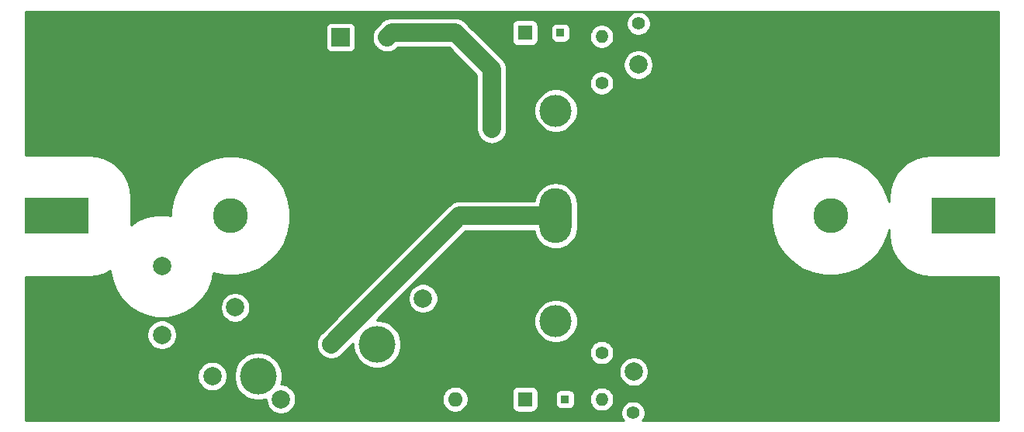
<source format=gbr>
%TF.GenerationSoftware,KiCad,Pcbnew,5.1.6-c6e7f7d~87~ubuntu20.04.1*%
%TF.CreationDate,2020-09-30T12:14:49+02:00*%
%TF.ProjectId,SWR bridge,53575220-6272-4696-9467-652e6b696361,rev?*%
%TF.SameCoordinates,Original*%
%TF.FileFunction,Copper,L2,Bot*%
%TF.FilePolarity,Positive*%
%FSLAX46Y46*%
G04 Gerber Fmt 4.6, Leading zero omitted, Abs format (unit mm)*
G04 Created by KiCad (PCBNEW 5.1.6-c6e7f7d~87~ubuntu20.04.1) date 2020-09-30 12:14:49*
%MOMM*%
%LPD*%
G01*
G04 APERTURE LIST*
%TA.AperFunction,ComponentPad*%
%ADD10C,3.800000*%
%TD*%
%TA.AperFunction,ComponentPad*%
%ADD11C,2.000000*%
%TD*%
%TA.AperFunction,ComponentPad*%
%ADD12C,4.000000*%
%TD*%
%TA.AperFunction,ComponentPad*%
%ADD13R,1.600000X1.600000*%
%TD*%
%TA.AperFunction,ComponentPad*%
%ADD14O,1.600000X1.600000*%
%TD*%
%TA.AperFunction,ComponentPad*%
%ADD15R,7.000000X4.000000*%
%TD*%
%TA.AperFunction,ComponentPad*%
%ADD16R,7.000000X5.000000*%
%TD*%
%TA.AperFunction,ComponentPad*%
%ADD17C,3.500000*%
%TD*%
%TA.AperFunction,ComponentPad*%
%ADD18O,3.500000X6.000000*%
%TD*%
%TA.AperFunction,ComponentPad*%
%ADD19R,0.850000X0.850000*%
%TD*%
%TA.AperFunction,ComponentPad*%
%ADD20R,2.000000X2.000000*%
%TD*%
%TA.AperFunction,ComponentPad*%
%ADD21O,2.000000X2.000000*%
%TD*%
%TA.AperFunction,ComponentPad*%
%ADD22O,1.400000X1.400000*%
%TD*%
%TA.AperFunction,ComponentPad*%
%ADD23C,1.400000*%
%TD*%
%TA.AperFunction,ViaPad*%
%ADD24C,1.000000*%
%TD*%
%TA.AperFunction,Conductor*%
%ADD25C,2.000000*%
%TD*%
%TA.AperFunction,Conductor*%
%ADD26C,0.254000*%
%TD*%
G04 APERTURE END LIST*
D10*
%TO.P,REF\u002A\u002A,2*%
%TO.N,Earth*%
X147500000Y-76000000D03*
%TD*%
%TO.P,REF\u002A\u002A,2*%
%TO.N,Earth*%
X136500000Y-76000000D03*
%TD*%
%TO.P,REF\u002A\u002A,2*%
%TO.N,Earth*%
X147000000Y-38500000D03*
%TD*%
%TO.P,REF\u002A\u002A,2*%
%TO.N,Earth*%
X136500000Y-38500000D03*
%TD*%
%TO.P,REF\u002A\u002A,3*%
%TO.N,Earth*%
X129500000Y-68000000D03*
%TD*%
%TO.P,REF\u002A\u002A,3*%
%TO.N,Earth*%
X120000000Y-68000000D03*
%TD*%
%TO.P,REF\u002A\u002A,2*%
%TO.N,Earth*%
X129500000Y-46500000D03*
%TD*%
%TO.P,REF\u002A\u002A,1*%
%TO.N,Earth*%
X120000000Y-46500000D03*
%TD*%
D11*
%TO.P,C3,1*%
%TO.N,/REF*%
X120000000Y-40500000D03*
%TO.P,C3,2*%
%TO.N,Earth*%
X125000000Y-40500000D03*
%TD*%
%TO.P,C4,1*%
%TO.N,/FORWARD*%
X119500000Y-74000000D03*
%TO.P,C4,2*%
%TO.N,Earth*%
X124500000Y-74000000D03*
%TD*%
%TO.P,R1,1*%
%TO.N,/T-center*%
X86500000Y-71000000D03*
%TO.P,R1,2*%
%TO.N,Earth*%
X96500000Y-76000000D03*
%TO.P,R1,3*%
%TO.N,N/C*%
X96500000Y-66000000D03*
D12*
%TO.P,R1,4*%
X91500000Y-71000000D03*
%TD*%
D11*
%TO.P,C2,2*%
%TO.N,Earth*%
X81000000Y-72000000D03*
%TO.P,C2,3*%
%TO.N,N/C*%
X81000000Y-77000000D03*
%TO.P,C2,1*%
%TO.N,/T-center*%
X73500000Y-74500000D03*
D12*
%TO.P,C2,4*%
%TO.N,N/C*%
X78500000Y-74500000D03*
%TD*%
D11*
%TO.P,C5,2*%
%TO.N,Earth*%
X81000000Y-67000000D03*
%TO.P,C5,1*%
%TO.N,/T-center*%
X76000000Y-67000000D03*
%TD*%
D13*
%TO.P,D1,1*%
%TO.N,/REF*%
X107620000Y-37000000D03*
D14*
%TO.P,D1,2*%
%TO.N,/T1*%
X100000000Y-37000000D03*
%TD*%
%TO.P,D2,2*%
%TO.N,/T2*%
X100000000Y-77000000D03*
D13*
%TO.P,D2,1*%
%TO.N,/FORWARD*%
X107620000Y-77000000D03*
%TD*%
D15*
%TO.P,J3,1*%
%TO.N,/RF-IN*%
X155500000Y-57000000D03*
D16*
%TO.P,J3,2*%
%TO.N,Earth*%
X155500000Y-44500000D03*
%TO.P,J3,3*%
X155500000Y-69500000D03*
%TD*%
D17*
%TO.P,L2,3*%
%TO.N,/T2*%
X111000000Y-45500000D03*
%TO.P,L2,2*%
%TO.N,/T1*%
X111000000Y-68500000D03*
D18*
%TO.P,L2,1*%
%TO.N,/T-center*%
X111000000Y-57000000D03*
%TD*%
D10*
%TO.P,J4,1*%
%TO.N,/RF-OUT*%
X75500000Y-57000000D03*
%TD*%
%TO.P,J5,1*%
%TO.N,/RF-IN*%
X141000000Y-57000000D03*
%TD*%
D11*
%TO.P,C1,1*%
%TO.N,/RF-OUT*%
X68000000Y-62487500D03*
%TO.P,C1,2*%
%TO.N,/T-center*%
X68000000Y-69987500D03*
%TD*%
D19*
%TO.P,J2,1*%
%TO.N,/vREF*%
X111500000Y-37000000D03*
%TD*%
%TO.P,J6,1*%
%TO.N,/VFOR*%
X112000000Y-77000000D03*
%TD*%
D15*
%TO.P,J1,1*%
%TO.N,/RF-OUT*%
X56500000Y-57000000D03*
D16*
%TO.P,J1,2*%
%TO.N,Earth*%
X56500000Y-44500000D03*
%TO.P,J1,3*%
X56500000Y-69500000D03*
%TD*%
D20*
%TO.P,R2,1*%
%TO.N,/T2*%
X87500000Y-37500000D03*
D21*
%TO.P,R2,2*%
%TO.N,/T1*%
X92580000Y-37500000D03*
%TD*%
D10*
%TO.P,J7,1*%
%TO.N,Earth*%
X56000000Y-37000000D03*
%TD*%
%TO.P,J8,1*%
%TO.N,Earth*%
X56000000Y-77000000D03*
%TD*%
%TO.P,J9,1*%
%TO.N,Earth*%
X157000000Y-37000000D03*
%TD*%
%TO.P,J10,1*%
%TO.N,Earth*%
X157000000Y-77000000D03*
%TD*%
D22*
%TO.P,R3,2*%
%TO.N,/vREF*%
X116000000Y-37420000D03*
D23*
%TO.P,R3,1*%
%TO.N,/REF*%
X116000000Y-42500000D03*
%TD*%
D22*
%TO.P,R4,2*%
%TO.N,Earth*%
X125080000Y-36000000D03*
D23*
%TO.P,R4,1*%
%TO.N,/vREF*%
X120000000Y-36000000D03*
%TD*%
%TO.P,R5,1*%
%TO.N,/FORWARD*%
X116000000Y-71920000D03*
D22*
%TO.P,R5,2*%
%TO.N,/VFOR*%
X116000000Y-77000000D03*
%TD*%
D23*
%TO.P,R6,1*%
%TO.N,/VFOR*%
X119420000Y-78500000D03*
D22*
%TO.P,R6,2*%
%TO.N,Earth*%
X124500000Y-78500000D03*
%TD*%
D24*
%TO.N,/T1*%
X104000000Y-47500000D03*
%TD*%
D25*
%TO.N,/T-center*%
X108049700Y-57000000D02*
X111000000Y-57000000D01*
X100500000Y-57000000D02*
X108049700Y-57000000D01*
X86500000Y-71000000D02*
X100500000Y-57000000D01*
%TO.N,/T1*%
X104000000Y-41000000D02*
X100000000Y-37000000D01*
X104000000Y-47500000D02*
X104000000Y-41000000D01*
X93080000Y-37000000D02*
X92580000Y-37500000D01*
X100000000Y-37000000D02*
X93080000Y-37000000D01*
%TD*%
D26*
%TO.N,Earth*%
G36*
X159340000Y-35032418D02*
G01*
X159340001Y-35032428D01*
X159340001Y-50384099D01*
X159000000Y-50350612D01*
X152000000Y-50350612D01*
X151092949Y-50439949D01*
X150220756Y-50704526D01*
X149416938Y-51134175D01*
X148712386Y-51712386D01*
X148134175Y-52416938D01*
X147704526Y-53220756D01*
X147439949Y-54092949D01*
X147350612Y-55000000D01*
X147350612Y-55470384D01*
X147276171Y-55096144D01*
X146784152Y-53908306D01*
X146069852Y-52839280D01*
X145160720Y-51930148D01*
X144091694Y-51215848D01*
X142903856Y-50723829D01*
X141642853Y-50473000D01*
X140357147Y-50473000D01*
X139096144Y-50723829D01*
X137908306Y-51215848D01*
X136839280Y-51930148D01*
X135930148Y-52839280D01*
X135215848Y-53908306D01*
X134723829Y-55096144D01*
X134473000Y-56357147D01*
X134473000Y-57642853D01*
X134723829Y-58903856D01*
X135215848Y-60091694D01*
X135930148Y-61160720D01*
X136839280Y-62069852D01*
X137908306Y-62784152D01*
X139096144Y-63276171D01*
X140357147Y-63527000D01*
X141642853Y-63527000D01*
X142903856Y-63276171D01*
X144091694Y-62784152D01*
X145160720Y-62069852D01*
X146069852Y-61160720D01*
X146784152Y-60091694D01*
X147276171Y-58903856D01*
X147350612Y-58529616D01*
X147350612Y-59000000D01*
X147439949Y-59907051D01*
X147704526Y-60779244D01*
X148134175Y-61583062D01*
X148712386Y-62287614D01*
X149416938Y-62865825D01*
X150220756Y-63295474D01*
X151092949Y-63560051D01*
X152000000Y-63649388D01*
X159000000Y-63649388D01*
X159340000Y-63615901D01*
X159340000Y-79340000D01*
X120464321Y-79340000D01*
X120603061Y-79132359D01*
X120703696Y-78889405D01*
X120755000Y-78631486D01*
X120755000Y-78368514D01*
X120703696Y-78110595D01*
X120603061Y-77867641D01*
X120456962Y-77648987D01*
X120271013Y-77463038D01*
X120052359Y-77316939D01*
X119809405Y-77216304D01*
X119551486Y-77165000D01*
X119288514Y-77165000D01*
X119030595Y-77216304D01*
X118787641Y-77316939D01*
X118568987Y-77463038D01*
X118383038Y-77648987D01*
X118236939Y-77867641D01*
X118136304Y-78110595D01*
X118085000Y-78368514D01*
X118085000Y-78631486D01*
X118136304Y-78889405D01*
X118236939Y-79132359D01*
X118375679Y-79340000D01*
X53160000Y-79340000D01*
X53160000Y-74338967D01*
X71865000Y-74338967D01*
X71865000Y-74661033D01*
X71927832Y-74976912D01*
X72051082Y-75274463D01*
X72230013Y-75542252D01*
X72457748Y-75769987D01*
X72725537Y-75948918D01*
X73023088Y-76072168D01*
X73338967Y-76135000D01*
X73661033Y-76135000D01*
X73976912Y-76072168D01*
X74274463Y-75948918D01*
X74542252Y-75769987D01*
X74769987Y-75542252D01*
X74948918Y-75274463D01*
X75072168Y-74976912D01*
X75135000Y-74661033D01*
X75135000Y-74338967D01*
X75115409Y-74240475D01*
X75865000Y-74240475D01*
X75865000Y-74759525D01*
X75966261Y-75268601D01*
X76164893Y-75748141D01*
X76453262Y-76179715D01*
X76820285Y-76546738D01*
X77251859Y-76835107D01*
X77731399Y-77033739D01*
X78240475Y-77135000D01*
X78759525Y-77135000D01*
X79268601Y-77033739D01*
X79365000Y-76993809D01*
X79365000Y-77161033D01*
X79427832Y-77476912D01*
X79551082Y-77774463D01*
X79730013Y-78042252D01*
X79957748Y-78269987D01*
X80225537Y-78448918D01*
X80523088Y-78572168D01*
X80838967Y-78635000D01*
X81161033Y-78635000D01*
X81476912Y-78572168D01*
X81774463Y-78448918D01*
X82042252Y-78269987D01*
X82269987Y-78042252D01*
X82448918Y-77774463D01*
X82572168Y-77476912D01*
X82635000Y-77161033D01*
X82635000Y-76858665D01*
X98565000Y-76858665D01*
X98565000Y-77141335D01*
X98620147Y-77418574D01*
X98728320Y-77679727D01*
X98885363Y-77914759D01*
X99085241Y-78114637D01*
X99320273Y-78271680D01*
X99581426Y-78379853D01*
X99858665Y-78435000D01*
X100141335Y-78435000D01*
X100418574Y-78379853D01*
X100679727Y-78271680D01*
X100914759Y-78114637D01*
X101114637Y-77914759D01*
X101271680Y-77679727D01*
X101379853Y-77418574D01*
X101435000Y-77141335D01*
X101435000Y-76858665D01*
X101379853Y-76581426D01*
X101271680Y-76320273D01*
X101191317Y-76200000D01*
X106181928Y-76200000D01*
X106181928Y-77800000D01*
X106194188Y-77924482D01*
X106230498Y-78044180D01*
X106289463Y-78154494D01*
X106368815Y-78251185D01*
X106465506Y-78330537D01*
X106575820Y-78389502D01*
X106695518Y-78425812D01*
X106820000Y-78438072D01*
X108420000Y-78438072D01*
X108544482Y-78425812D01*
X108664180Y-78389502D01*
X108774494Y-78330537D01*
X108871185Y-78251185D01*
X108950537Y-78154494D01*
X109009502Y-78044180D01*
X109045812Y-77924482D01*
X109058072Y-77800000D01*
X109058072Y-76575000D01*
X110936928Y-76575000D01*
X110936928Y-77425000D01*
X110949188Y-77549482D01*
X110985498Y-77669180D01*
X111044463Y-77779494D01*
X111123815Y-77876185D01*
X111220506Y-77955537D01*
X111330820Y-78014502D01*
X111450518Y-78050812D01*
X111575000Y-78063072D01*
X112425000Y-78063072D01*
X112549482Y-78050812D01*
X112669180Y-78014502D01*
X112779494Y-77955537D01*
X112876185Y-77876185D01*
X112955537Y-77779494D01*
X113014502Y-77669180D01*
X113050812Y-77549482D01*
X113063072Y-77425000D01*
X113063072Y-76868514D01*
X114665000Y-76868514D01*
X114665000Y-77131486D01*
X114716304Y-77389405D01*
X114816939Y-77632359D01*
X114963038Y-77851013D01*
X115148987Y-78036962D01*
X115367641Y-78183061D01*
X115610595Y-78283696D01*
X115868514Y-78335000D01*
X116131486Y-78335000D01*
X116389405Y-78283696D01*
X116632359Y-78183061D01*
X116851013Y-78036962D01*
X117036962Y-77851013D01*
X117183061Y-77632359D01*
X117283696Y-77389405D01*
X117335000Y-77131486D01*
X117335000Y-76868514D01*
X117283696Y-76610595D01*
X117183061Y-76367641D01*
X117036962Y-76148987D01*
X116851013Y-75963038D01*
X116632359Y-75816939D01*
X116389405Y-75716304D01*
X116131486Y-75665000D01*
X115868514Y-75665000D01*
X115610595Y-75716304D01*
X115367641Y-75816939D01*
X115148987Y-75963038D01*
X114963038Y-76148987D01*
X114816939Y-76367641D01*
X114716304Y-76610595D01*
X114665000Y-76868514D01*
X113063072Y-76868514D01*
X113063072Y-76575000D01*
X113050812Y-76450518D01*
X113014502Y-76330820D01*
X112955537Y-76220506D01*
X112876185Y-76123815D01*
X112779494Y-76044463D01*
X112669180Y-75985498D01*
X112549482Y-75949188D01*
X112425000Y-75936928D01*
X111575000Y-75936928D01*
X111450518Y-75949188D01*
X111330820Y-75985498D01*
X111220506Y-76044463D01*
X111123815Y-76123815D01*
X111044463Y-76220506D01*
X110985498Y-76330820D01*
X110949188Y-76450518D01*
X110936928Y-76575000D01*
X109058072Y-76575000D01*
X109058072Y-76200000D01*
X109045812Y-76075518D01*
X109009502Y-75955820D01*
X108950537Y-75845506D01*
X108871185Y-75748815D01*
X108774494Y-75669463D01*
X108664180Y-75610498D01*
X108544482Y-75574188D01*
X108420000Y-75561928D01*
X106820000Y-75561928D01*
X106695518Y-75574188D01*
X106575820Y-75610498D01*
X106465506Y-75669463D01*
X106368815Y-75748815D01*
X106289463Y-75845506D01*
X106230498Y-75955820D01*
X106194188Y-76075518D01*
X106181928Y-76200000D01*
X101191317Y-76200000D01*
X101114637Y-76085241D01*
X100914759Y-75885363D01*
X100679727Y-75728320D01*
X100418574Y-75620147D01*
X100141335Y-75565000D01*
X99858665Y-75565000D01*
X99581426Y-75620147D01*
X99320273Y-75728320D01*
X99085241Y-75885363D01*
X98885363Y-76085241D01*
X98728320Y-76320273D01*
X98620147Y-76581426D01*
X98565000Y-76858665D01*
X82635000Y-76858665D01*
X82635000Y-76838967D01*
X82572168Y-76523088D01*
X82448918Y-76225537D01*
X82269987Y-75957748D01*
X82042252Y-75730013D01*
X81774463Y-75551082D01*
X81476912Y-75427832D01*
X81161033Y-75365000D01*
X80993809Y-75365000D01*
X81033739Y-75268601D01*
X81135000Y-74759525D01*
X81135000Y-74240475D01*
X81055136Y-73838967D01*
X117865000Y-73838967D01*
X117865000Y-74161033D01*
X117927832Y-74476912D01*
X118051082Y-74774463D01*
X118230013Y-75042252D01*
X118457748Y-75269987D01*
X118725537Y-75448918D01*
X119023088Y-75572168D01*
X119338967Y-75635000D01*
X119661033Y-75635000D01*
X119976912Y-75572168D01*
X120274463Y-75448918D01*
X120542252Y-75269987D01*
X120769987Y-75042252D01*
X120948918Y-74774463D01*
X121072168Y-74476912D01*
X121135000Y-74161033D01*
X121135000Y-73838967D01*
X121072168Y-73523088D01*
X120948918Y-73225537D01*
X120769987Y-72957748D01*
X120542252Y-72730013D01*
X120274463Y-72551082D01*
X119976912Y-72427832D01*
X119661033Y-72365000D01*
X119338967Y-72365000D01*
X119023088Y-72427832D01*
X118725537Y-72551082D01*
X118457748Y-72730013D01*
X118230013Y-72957748D01*
X118051082Y-73225537D01*
X117927832Y-73523088D01*
X117865000Y-73838967D01*
X81055136Y-73838967D01*
X81033739Y-73731399D01*
X80835107Y-73251859D01*
X80546738Y-72820285D01*
X80179715Y-72453262D01*
X79748141Y-72164893D01*
X79268601Y-71966261D01*
X78759525Y-71865000D01*
X78240475Y-71865000D01*
X77731399Y-71966261D01*
X77251859Y-72164893D01*
X76820285Y-72453262D01*
X76453262Y-72820285D01*
X76164893Y-73251859D01*
X75966261Y-73731399D01*
X75865000Y-74240475D01*
X75115409Y-74240475D01*
X75072168Y-74023088D01*
X74948918Y-73725537D01*
X74769987Y-73457748D01*
X74542252Y-73230013D01*
X74274463Y-73051082D01*
X73976912Y-72927832D01*
X73661033Y-72865000D01*
X73338967Y-72865000D01*
X73023088Y-72927832D01*
X72725537Y-73051082D01*
X72457748Y-73230013D01*
X72230013Y-73457748D01*
X72051082Y-73725537D01*
X71927832Y-74023088D01*
X71865000Y-74338967D01*
X53160000Y-74338967D01*
X53160000Y-69826467D01*
X66365000Y-69826467D01*
X66365000Y-70148533D01*
X66427832Y-70464412D01*
X66551082Y-70761963D01*
X66730013Y-71029752D01*
X66957748Y-71257487D01*
X67225537Y-71436418D01*
X67523088Y-71559668D01*
X67838967Y-71622500D01*
X68161033Y-71622500D01*
X68476912Y-71559668D01*
X68774463Y-71436418D01*
X69042252Y-71257487D01*
X69269987Y-71029752D01*
X69289866Y-71000000D01*
X84857089Y-71000000D01*
X84865000Y-71080319D01*
X84865000Y-71161033D01*
X84880747Y-71240201D01*
X84888658Y-71320516D01*
X84912084Y-71397743D01*
X84927832Y-71476912D01*
X84958721Y-71551483D01*
X84982148Y-71628714D01*
X85020194Y-71699892D01*
X85051082Y-71774463D01*
X85095926Y-71841576D01*
X85133970Y-71912752D01*
X85185169Y-71975138D01*
X85230013Y-72042252D01*
X85287089Y-72099328D01*
X85338287Y-72161713D01*
X85400672Y-72212911D01*
X85457748Y-72269987D01*
X85524862Y-72314831D01*
X85587248Y-72366030D01*
X85658424Y-72404074D01*
X85725537Y-72448918D01*
X85800108Y-72479806D01*
X85871286Y-72517852D01*
X85948517Y-72541279D01*
X86023088Y-72572168D01*
X86102257Y-72587916D01*
X86179484Y-72611342D01*
X86259799Y-72619253D01*
X86338967Y-72635000D01*
X86419681Y-72635000D01*
X86500000Y-72642911D01*
X86580319Y-72635000D01*
X86661033Y-72635000D01*
X86740201Y-72619253D01*
X86820516Y-72611342D01*
X86897743Y-72587916D01*
X86976912Y-72572168D01*
X87051483Y-72541279D01*
X87128714Y-72517852D01*
X87199892Y-72479806D01*
X87274463Y-72448918D01*
X87341576Y-72404074D01*
X87412752Y-72366030D01*
X87475137Y-72314832D01*
X87542252Y-72269987D01*
X87769987Y-72042252D01*
X87769989Y-72042249D01*
X88865000Y-70947238D01*
X88865000Y-71259525D01*
X88966261Y-71768601D01*
X89164893Y-72248141D01*
X89453262Y-72679715D01*
X89820285Y-73046738D01*
X90251859Y-73335107D01*
X90731399Y-73533739D01*
X91240475Y-73635000D01*
X91759525Y-73635000D01*
X92268601Y-73533739D01*
X92748141Y-73335107D01*
X93179715Y-73046738D01*
X93546738Y-72679715D01*
X93835107Y-72248141D01*
X94025490Y-71788514D01*
X114665000Y-71788514D01*
X114665000Y-72051486D01*
X114716304Y-72309405D01*
X114816939Y-72552359D01*
X114963038Y-72771013D01*
X115148987Y-72956962D01*
X115367641Y-73103061D01*
X115610595Y-73203696D01*
X115868514Y-73255000D01*
X116131486Y-73255000D01*
X116389405Y-73203696D01*
X116632359Y-73103061D01*
X116851013Y-72956962D01*
X117036962Y-72771013D01*
X117183061Y-72552359D01*
X117283696Y-72309405D01*
X117335000Y-72051486D01*
X117335000Y-71788514D01*
X117283696Y-71530595D01*
X117183061Y-71287641D01*
X117036962Y-71068987D01*
X116851013Y-70883038D01*
X116632359Y-70736939D01*
X116389405Y-70636304D01*
X116131486Y-70585000D01*
X115868514Y-70585000D01*
X115610595Y-70636304D01*
X115367641Y-70736939D01*
X115148987Y-70883038D01*
X114963038Y-71068987D01*
X114816939Y-71287641D01*
X114716304Y-71530595D01*
X114665000Y-71788514D01*
X94025490Y-71788514D01*
X94033739Y-71768601D01*
X94135000Y-71259525D01*
X94135000Y-70740475D01*
X94033739Y-70231399D01*
X93835107Y-69751859D01*
X93546738Y-69320285D01*
X93179715Y-68953262D01*
X92748141Y-68664893D01*
X92268601Y-68466261D01*
X91759525Y-68365000D01*
X91447238Y-68365000D01*
X91547140Y-68265098D01*
X108615000Y-68265098D01*
X108615000Y-68734902D01*
X108706654Y-69195679D01*
X108886440Y-69629721D01*
X109147450Y-70020349D01*
X109479651Y-70352550D01*
X109870279Y-70613560D01*
X110304321Y-70793346D01*
X110765098Y-70885000D01*
X111234902Y-70885000D01*
X111695679Y-70793346D01*
X112129721Y-70613560D01*
X112520349Y-70352550D01*
X112852550Y-70020349D01*
X113113560Y-69629721D01*
X113293346Y-69195679D01*
X113385000Y-68734902D01*
X113385000Y-68265098D01*
X113293346Y-67804321D01*
X113113560Y-67370279D01*
X112852550Y-66979651D01*
X112520349Y-66647450D01*
X112129721Y-66386440D01*
X111695679Y-66206654D01*
X111234902Y-66115000D01*
X110765098Y-66115000D01*
X110304321Y-66206654D01*
X109870279Y-66386440D01*
X109479651Y-66647450D01*
X109147450Y-66979651D01*
X108886440Y-67370279D01*
X108706654Y-67804321D01*
X108615000Y-68265098D01*
X91547140Y-68265098D01*
X93973271Y-65838967D01*
X94865000Y-65838967D01*
X94865000Y-66161033D01*
X94927832Y-66476912D01*
X95051082Y-66774463D01*
X95230013Y-67042252D01*
X95457748Y-67269987D01*
X95725537Y-67448918D01*
X96023088Y-67572168D01*
X96338967Y-67635000D01*
X96661033Y-67635000D01*
X96976912Y-67572168D01*
X97274463Y-67448918D01*
X97542252Y-67269987D01*
X97769987Y-67042252D01*
X97948918Y-66774463D01*
X98072168Y-66476912D01*
X98135000Y-66161033D01*
X98135000Y-65838967D01*
X98072168Y-65523088D01*
X97948918Y-65225537D01*
X97769987Y-64957748D01*
X97542252Y-64730013D01*
X97274463Y-64551082D01*
X96976912Y-64427832D01*
X96661033Y-64365000D01*
X96338967Y-64365000D01*
X96023088Y-64427832D01*
X95725537Y-64551082D01*
X95457748Y-64730013D01*
X95230013Y-64957748D01*
X95051082Y-65225537D01*
X94927832Y-65523088D01*
X94865000Y-65838967D01*
X93973271Y-65838967D01*
X101177239Y-58635000D01*
X108641380Y-58635000D01*
X108649510Y-58717542D01*
X108785887Y-59167116D01*
X109007352Y-59581446D01*
X109305392Y-59944609D01*
X109668555Y-60242649D01*
X110082885Y-60464113D01*
X110532459Y-60600490D01*
X111000000Y-60646539D01*
X111467542Y-60600490D01*
X111917116Y-60464113D01*
X112331446Y-60242649D01*
X112694609Y-59944609D01*
X112992649Y-59581446D01*
X113214113Y-59167116D01*
X113350490Y-58717542D01*
X113385000Y-58367157D01*
X113385000Y-55632843D01*
X113350490Y-55282458D01*
X113214113Y-54832884D01*
X112992649Y-54418554D01*
X112694609Y-54055391D01*
X112331445Y-53757351D01*
X111917115Y-53535887D01*
X111467541Y-53399510D01*
X111000000Y-53353461D01*
X110532458Y-53399510D01*
X110082884Y-53535887D01*
X109668554Y-53757351D01*
X109305391Y-54055391D01*
X109007351Y-54418555D01*
X108785887Y-54832885D01*
X108649510Y-55282459D01*
X108641380Y-55365000D01*
X100580322Y-55365000D01*
X100500000Y-55357089D01*
X100179483Y-55388657D01*
X99871285Y-55482148D01*
X99587248Y-55633969D01*
X99338286Y-55838286D01*
X99287080Y-55900681D01*
X85457751Y-69730011D01*
X85457748Y-69730013D01*
X85230013Y-69957748D01*
X85185168Y-70024863D01*
X85133970Y-70087248D01*
X85095926Y-70158424D01*
X85051082Y-70225537D01*
X85020194Y-70300108D01*
X84982148Y-70371286D01*
X84958721Y-70448517D01*
X84927832Y-70523088D01*
X84912084Y-70602257D01*
X84888658Y-70679484D01*
X84880747Y-70759799D01*
X84865000Y-70838967D01*
X84865000Y-70919681D01*
X84857089Y-71000000D01*
X69289866Y-71000000D01*
X69448918Y-70761963D01*
X69572168Y-70464412D01*
X69635000Y-70148533D01*
X69635000Y-69826467D01*
X69572168Y-69510588D01*
X69448918Y-69213037D01*
X69269987Y-68945248D01*
X69042252Y-68717513D01*
X68774463Y-68538582D01*
X68476912Y-68415332D01*
X68161033Y-68352500D01*
X67838967Y-68352500D01*
X67523088Y-68415332D01*
X67225537Y-68538582D01*
X66957748Y-68717513D01*
X66730013Y-68945248D01*
X66551082Y-69213037D01*
X66427832Y-69510588D01*
X66365000Y-69826467D01*
X53160000Y-69826467D01*
X53160000Y-63649388D01*
X60000000Y-63649388D01*
X60907051Y-63560051D01*
X61779244Y-63295474D01*
X62373000Y-62978105D01*
X62373000Y-63041711D01*
X62589242Y-64128835D01*
X63013417Y-65152884D01*
X63629223Y-66074504D01*
X64412996Y-66858277D01*
X65334616Y-67474083D01*
X66358665Y-67898258D01*
X67445789Y-68114500D01*
X68554211Y-68114500D01*
X69641335Y-67898258D01*
X70665384Y-67474083D01*
X71587004Y-66858277D01*
X71606314Y-66838967D01*
X74365000Y-66838967D01*
X74365000Y-67161033D01*
X74427832Y-67476912D01*
X74551082Y-67774463D01*
X74730013Y-68042252D01*
X74957748Y-68269987D01*
X75225537Y-68448918D01*
X75523088Y-68572168D01*
X75838967Y-68635000D01*
X76161033Y-68635000D01*
X76476912Y-68572168D01*
X76774463Y-68448918D01*
X77042252Y-68269987D01*
X77269987Y-68042252D01*
X77448918Y-67774463D01*
X77572168Y-67476912D01*
X77635000Y-67161033D01*
X77635000Y-66838967D01*
X77572168Y-66523088D01*
X77448918Y-66225537D01*
X77269987Y-65957748D01*
X77042252Y-65730013D01*
X76774463Y-65551082D01*
X76476912Y-65427832D01*
X76161033Y-65365000D01*
X75838967Y-65365000D01*
X75523088Y-65427832D01*
X75225537Y-65551082D01*
X74957748Y-65730013D01*
X74730013Y-65957748D01*
X74551082Y-66225537D01*
X74427832Y-66523088D01*
X74365000Y-66838967D01*
X71606314Y-66838967D01*
X72370777Y-66074504D01*
X72986583Y-65152884D01*
X73410758Y-64128835D01*
X73581564Y-63270132D01*
X73596144Y-63276171D01*
X74857147Y-63527000D01*
X76142853Y-63527000D01*
X77403856Y-63276171D01*
X78591694Y-62784152D01*
X79660720Y-62069852D01*
X80569852Y-61160720D01*
X81284152Y-60091694D01*
X81776171Y-58903856D01*
X82027000Y-57642853D01*
X82027000Y-56357147D01*
X81776171Y-55096144D01*
X81284152Y-53908306D01*
X80569852Y-52839280D01*
X79660720Y-51930148D01*
X78591694Y-51215848D01*
X77403856Y-50723829D01*
X76142853Y-50473000D01*
X74857147Y-50473000D01*
X73596144Y-50723829D01*
X72408306Y-51215848D01*
X71339280Y-51930148D01*
X70430148Y-52839280D01*
X69715848Y-53908306D01*
X69223829Y-55096144D01*
X68973000Y-56357147D01*
X68973000Y-56943802D01*
X68554211Y-56860500D01*
X67445789Y-56860500D01*
X66358665Y-57076742D01*
X65334616Y-57500917D01*
X64649388Y-57958771D01*
X64649388Y-55000000D01*
X64560051Y-54092949D01*
X64295474Y-53220756D01*
X63865825Y-52416938D01*
X63287614Y-51712386D01*
X62583062Y-51134175D01*
X61779244Y-50704526D01*
X60907051Y-50439949D01*
X60000000Y-50350612D01*
X53160000Y-50350612D01*
X53160000Y-36500000D01*
X85861928Y-36500000D01*
X85861928Y-38500000D01*
X85874188Y-38624482D01*
X85910498Y-38744180D01*
X85969463Y-38854494D01*
X86048815Y-38951185D01*
X86145506Y-39030537D01*
X86255820Y-39089502D01*
X86375518Y-39125812D01*
X86500000Y-39138072D01*
X88500000Y-39138072D01*
X88624482Y-39125812D01*
X88744180Y-39089502D01*
X88854494Y-39030537D01*
X88951185Y-38951185D01*
X89030537Y-38854494D01*
X89089502Y-38744180D01*
X89125812Y-38624482D01*
X89138072Y-38500000D01*
X89138072Y-37500000D01*
X90937089Y-37500000D01*
X90945000Y-37580319D01*
X90945000Y-37661033D01*
X90960747Y-37740201D01*
X90968658Y-37820516D01*
X90992084Y-37897743D01*
X91007832Y-37976912D01*
X91038721Y-38051483D01*
X91062148Y-38128714D01*
X91100194Y-38199892D01*
X91131082Y-38274463D01*
X91175926Y-38341576D01*
X91213970Y-38412752D01*
X91265169Y-38475138D01*
X91310013Y-38542252D01*
X91367089Y-38599328D01*
X91418287Y-38661713D01*
X91480672Y-38712911D01*
X91537748Y-38769987D01*
X91604862Y-38814831D01*
X91667248Y-38866030D01*
X91738424Y-38904074D01*
X91805537Y-38948918D01*
X91880108Y-38979806D01*
X91951286Y-39017852D01*
X92028517Y-39041279D01*
X92103088Y-39072168D01*
X92182257Y-39087916D01*
X92259484Y-39111342D01*
X92339799Y-39119253D01*
X92418967Y-39135000D01*
X92499681Y-39135000D01*
X92580000Y-39142911D01*
X92660319Y-39135000D01*
X92741033Y-39135000D01*
X92820201Y-39119253D01*
X92900516Y-39111342D01*
X92977743Y-39087916D01*
X93056912Y-39072168D01*
X93131483Y-39041279D01*
X93208714Y-39017852D01*
X93279892Y-38979806D01*
X93354463Y-38948918D01*
X93421576Y-38904074D01*
X93492752Y-38866030D01*
X93555137Y-38814832D01*
X93622252Y-38769987D01*
X93757239Y-38635000D01*
X99322762Y-38635000D01*
X102365001Y-41677240D01*
X102365000Y-47580321D01*
X102388657Y-47820515D01*
X102482148Y-48128714D01*
X102633969Y-48412751D01*
X102838286Y-48661714D01*
X103087248Y-48866031D01*
X103371285Y-49017852D01*
X103679484Y-49111343D01*
X104000000Y-49142911D01*
X104320515Y-49111343D01*
X104628714Y-49017852D01*
X104912751Y-48866031D01*
X105161714Y-48661714D01*
X105366031Y-48412752D01*
X105517852Y-48128715D01*
X105611343Y-47820516D01*
X105635000Y-47580322D01*
X105635000Y-45265098D01*
X108615000Y-45265098D01*
X108615000Y-45734902D01*
X108706654Y-46195679D01*
X108886440Y-46629721D01*
X109147450Y-47020349D01*
X109479651Y-47352550D01*
X109870279Y-47613560D01*
X110304321Y-47793346D01*
X110765098Y-47885000D01*
X111234902Y-47885000D01*
X111695679Y-47793346D01*
X112129721Y-47613560D01*
X112520349Y-47352550D01*
X112852550Y-47020349D01*
X113113560Y-46629721D01*
X113293346Y-46195679D01*
X113385000Y-45734902D01*
X113385000Y-45265098D01*
X113293346Y-44804321D01*
X113113560Y-44370279D01*
X112852550Y-43979651D01*
X112520349Y-43647450D01*
X112129721Y-43386440D01*
X111695679Y-43206654D01*
X111234902Y-43115000D01*
X110765098Y-43115000D01*
X110304321Y-43206654D01*
X109870279Y-43386440D01*
X109479651Y-43647450D01*
X109147450Y-43979651D01*
X108886440Y-44370279D01*
X108706654Y-44804321D01*
X108615000Y-45265098D01*
X105635000Y-45265098D01*
X105635000Y-42368514D01*
X114665000Y-42368514D01*
X114665000Y-42631486D01*
X114716304Y-42889405D01*
X114816939Y-43132359D01*
X114963038Y-43351013D01*
X115148987Y-43536962D01*
X115367641Y-43683061D01*
X115610595Y-43783696D01*
X115868514Y-43835000D01*
X116131486Y-43835000D01*
X116389405Y-43783696D01*
X116632359Y-43683061D01*
X116851013Y-43536962D01*
X117036962Y-43351013D01*
X117183061Y-43132359D01*
X117283696Y-42889405D01*
X117335000Y-42631486D01*
X117335000Y-42368514D01*
X117283696Y-42110595D01*
X117183061Y-41867641D01*
X117036962Y-41648987D01*
X116851013Y-41463038D01*
X116632359Y-41316939D01*
X116389405Y-41216304D01*
X116131486Y-41165000D01*
X115868514Y-41165000D01*
X115610595Y-41216304D01*
X115367641Y-41316939D01*
X115148987Y-41463038D01*
X114963038Y-41648987D01*
X114816939Y-41867641D01*
X114716304Y-42110595D01*
X114665000Y-42368514D01*
X105635000Y-42368514D01*
X105635000Y-41080319D01*
X105642911Y-40999999D01*
X105635000Y-40919678D01*
X105611343Y-40679484D01*
X105517852Y-40371285D01*
X105500578Y-40338967D01*
X118365000Y-40338967D01*
X118365000Y-40661033D01*
X118427832Y-40976912D01*
X118551082Y-41274463D01*
X118730013Y-41542252D01*
X118957748Y-41769987D01*
X119225537Y-41948918D01*
X119523088Y-42072168D01*
X119838967Y-42135000D01*
X120161033Y-42135000D01*
X120476912Y-42072168D01*
X120774463Y-41948918D01*
X121042252Y-41769987D01*
X121269987Y-41542252D01*
X121448918Y-41274463D01*
X121572168Y-40976912D01*
X121635000Y-40661033D01*
X121635000Y-40338967D01*
X121572168Y-40023088D01*
X121448918Y-39725537D01*
X121269987Y-39457748D01*
X121042252Y-39230013D01*
X120774463Y-39051082D01*
X120476912Y-38927832D01*
X120161033Y-38865000D01*
X119838967Y-38865000D01*
X119523088Y-38927832D01*
X119225537Y-39051082D01*
X118957748Y-39230013D01*
X118730013Y-39457748D01*
X118551082Y-39725537D01*
X118427832Y-40023088D01*
X118365000Y-40338967D01*
X105500578Y-40338967D01*
X105366031Y-40087248D01*
X105161714Y-39838286D01*
X105099319Y-39787080D01*
X101512239Y-36200000D01*
X106181928Y-36200000D01*
X106181928Y-37800000D01*
X106194188Y-37924482D01*
X106230498Y-38044180D01*
X106289463Y-38154494D01*
X106368815Y-38251185D01*
X106465506Y-38330537D01*
X106575820Y-38389502D01*
X106695518Y-38425812D01*
X106820000Y-38438072D01*
X108420000Y-38438072D01*
X108544482Y-38425812D01*
X108664180Y-38389502D01*
X108774494Y-38330537D01*
X108871185Y-38251185D01*
X108950537Y-38154494D01*
X109009502Y-38044180D01*
X109045812Y-37924482D01*
X109058072Y-37800000D01*
X109058072Y-36575000D01*
X110436928Y-36575000D01*
X110436928Y-37425000D01*
X110449188Y-37549482D01*
X110485498Y-37669180D01*
X110544463Y-37779494D01*
X110623815Y-37876185D01*
X110720506Y-37955537D01*
X110830820Y-38014502D01*
X110950518Y-38050812D01*
X111075000Y-38063072D01*
X111925000Y-38063072D01*
X112049482Y-38050812D01*
X112169180Y-38014502D01*
X112279494Y-37955537D01*
X112376185Y-37876185D01*
X112455537Y-37779494D01*
X112514502Y-37669180D01*
X112550812Y-37549482D01*
X112563072Y-37425000D01*
X112563072Y-37288514D01*
X114665000Y-37288514D01*
X114665000Y-37551486D01*
X114716304Y-37809405D01*
X114816939Y-38052359D01*
X114963038Y-38271013D01*
X115148987Y-38456962D01*
X115367641Y-38603061D01*
X115610595Y-38703696D01*
X115868514Y-38755000D01*
X116131486Y-38755000D01*
X116389405Y-38703696D01*
X116632359Y-38603061D01*
X116851013Y-38456962D01*
X117036962Y-38271013D01*
X117183061Y-38052359D01*
X117283696Y-37809405D01*
X117335000Y-37551486D01*
X117335000Y-37288514D01*
X117283696Y-37030595D01*
X117183061Y-36787641D01*
X117036962Y-36568987D01*
X116851013Y-36383038D01*
X116632359Y-36236939D01*
X116389405Y-36136304D01*
X116131486Y-36085000D01*
X115868514Y-36085000D01*
X115610595Y-36136304D01*
X115367641Y-36236939D01*
X115148987Y-36383038D01*
X114963038Y-36568987D01*
X114816939Y-36787641D01*
X114716304Y-37030595D01*
X114665000Y-37288514D01*
X112563072Y-37288514D01*
X112563072Y-36575000D01*
X112550812Y-36450518D01*
X112514502Y-36330820D01*
X112455537Y-36220506D01*
X112376185Y-36123815D01*
X112279494Y-36044463D01*
X112169180Y-35985498D01*
X112049482Y-35949188D01*
X111925000Y-35936928D01*
X111075000Y-35936928D01*
X110950518Y-35949188D01*
X110830820Y-35985498D01*
X110720506Y-36044463D01*
X110623815Y-36123815D01*
X110544463Y-36220506D01*
X110485498Y-36330820D01*
X110449188Y-36450518D01*
X110436928Y-36575000D01*
X109058072Y-36575000D01*
X109058072Y-36200000D01*
X109045812Y-36075518D01*
X109009502Y-35955820D01*
X108962836Y-35868514D01*
X118665000Y-35868514D01*
X118665000Y-36131486D01*
X118716304Y-36389405D01*
X118816939Y-36632359D01*
X118963038Y-36851013D01*
X119148987Y-37036962D01*
X119367641Y-37183061D01*
X119610595Y-37283696D01*
X119868514Y-37335000D01*
X120131486Y-37335000D01*
X120389405Y-37283696D01*
X120632359Y-37183061D01*
X120851013Y-37036962D01*
X121036962Y-36851013D01*
X121183061Y-36632359D01*
X121283696Y-36389405D01*
X121335000Y-36131486D01*
X121335000Y-35868514D01*
X121283696Y-35610595D01*
X121183061Y-35367641D01*
X121036962Y-35148987D01*
X120851013Y-34963038D01*
X120632359Y-34816939D01*
X120389405Y-34716304D01*
X120131486Y-34665000D01*
X119868514Y-34665000D01*
X119610595Y-34716304D01*
X119367641Y-34816939D01*
X119148987Y-34963038D01*
X118963038Y-35148987D01*
X118816939Y-35367641D01*
X118716304Y-35610595D01*
X118665000Y-35868514D01*
X108962836Y-35868514D01*
X108950537Y-35845506D01*
X108871185Y-35748815D01*
X108774494Y-35669463D01*
X108664180Y-35610498D01*
X108544482Y-35574188D01*
X108420000Y-35561928D01*
X106820000Y-35561928D01*
X106695518Y-35574188D01*
X106575820Y-35610498D01*
X106465506Y-35669463D01*
X106368815Y-35748815D01*
X106289463Y-35845506D01*
X106230498Y-35955820D01*
X106194188Y-36075518D01*
X106181928Y-36200000D01*
X101512239Y-36200000D01*
X101212925Y-35900687D01*
X101161714Y-35838286D01*
X100912752Y-35633969D01*
X100628715Y-35482148D01*
X100320516Y-35388657D01*
X100080322Y-35365000D01*
X100080319Y-35365000D01*
X100000000Y-35357089D01*
X99919681Y-35365000D01*
X93160322Y-35365000D01*
X93080000Y-35357089D01*
X92759483Y-35388657D01*
X92605385Y-35435402D01*
X92451285Y-35482148D01*
X92167248Y-35633969D01*
X91918286Y-35838286D01*
X91867075Y-35900687D01*
X91537751Y-36230011D01*
X91537748Y-36230013D01*
X91310013Y-36457748D01*
X91265168Y-36524863D01*
X91213970Y-36587248D01*
X91175926Y-36658424D01*
X91131082Y-36725537D01*
X91100194Y-36800108D01*
X91062148Y-36871286D01*
X91038721Y-36948517D01*
X91007832Y-37023088D01*
X90992084Y-37102257D01*
X90968658Y-37179484D01*
X90960747Y-37259799D01*
X90945000Y-37338967D01*
X90945000Y-37419681D01*
X90937089Y-37500000D01*
X89138072Y-37500000D01*
X89138072Y-36500000D01*
X89125812Y-36375518D01*
X89089502Y-36255820D01*
X89030537Y-36145506D01*
X88951185Y-36048815D01*
X88854494Y-35969463D01*
X88744180Y-35910498D01*
X88624482Y-35874188D01*
X88500000Y-35861928D01*
X86500000Y-35861928D01*
X86375518Y-35874188D01*
X86255820Y-35910498D01*
X86145506Y-35969463D01*
X86048815Y-36048815D01*
X85969463Y-36145506D01*
X85910498Y-36255820D01*
X85874188Y-36375518D01*
X85861928Y-36500000D01*
X53160000Y-36500000D01*
X53160000Y-34660000D01*
X159340000Y-34660000D01*
X159340000Y-35032418D01*
G37*
X159340000Y-35032418D02*
X159340001Y-35032428D01*
X159340001Y-50384099D01*
X159000000Y-50350612D01*
X152000000Y-50350612D01*
X151092949Y-50439949D01*
X150220756Y-50704526D01*
X149416938Y-51134175D01*
X148712386Y-51712386D01*
X148134175Y-52416938D01*
X147704526Y-53220756D01*
X147439949Y-54092949D01*
X147350612Y-55000000D01*
X147350612Y-55470384D01*
X147276171Y-55096144D01*
X146784152Y-53908306D01*
X146069852Y-52839280D01*
X145160720Y-51930148D01*
X144091694Y-51215848D01*
X142903856Y-50723829D01*
X141642853Y-50473000D01*
X140357147Y-50473000D01*
X139096144Y-50723829D01*
X137908306Y-51215848D01*
X136839280Y-51930148D01*
X135930148Y-52839280D01*
X135215848Y-53908306D01*
X134723829Y-55096144D01*
X134473000Y-56357147D01*
X134473000Y-57642853D01*
X134723829Y-58903856D01*
X135215848Y-60091694D01*
X135930148Y-61160720D01*
X136839280Y-62069852D01*
X137908306Y-62784152D01*
X139096144Y-63276171D01*
X140357147Y-63527000D01*
X141642853Y-63527000D01*
X142903856Y-63276171D01*
X144091694Y-62784152D01*
X145160720Y-62069852D01*
X146069852Y-61160720D01*
X146784152Y-60091694D01*
X147276171Y-58903856D01*
X147350612Y-58529616D01*
X147350612Y-59000000D01*
X147439949Y-59907051D01*
X147704526Y-60779244D01*
X148134175Y-61583062D01*
X148712386Y-62287614D01*
X149416938Y-62865825D01*
X150220756Y-63295474D01*
X151092949Y-63560051D01*
X152000000Y-63649388D01*
X159000000Y-63649388D01*
X159340000Y-63615901D01*
X159340000Y-79340000D01*
X120464321Y-79340000D01*
X120603061Y-79132359D01*
X120703696Y-78889405D01*
X120755000Y-78631486D01*
X120755000Y-78368514D01*
X120703696Y-78110595D01*
X120603061Y-77867641D01*
X120456962Y-77648987D01*
X120271013Y-77463038D01*
X120052359Y-77316939D01*
X119809405Y-77216304D01*
X119551486Y-77165000D01*
X119288514Y-77165000D01*
X119030595Y-77216304D01*
X118787641Y-77316939D01*
X118568987Y-77463038D01*
X118383038Y-77648987D01*
X118236939Y-77867641D01*
X118136304Y-78110595D01*
X118085000Y-78368514D01*
X118085000Y-78631486D01*
X118136304Y-78889405D01*
X118236939Y-79132359D01*
X118375679Y-79340000D01*
X53160000Y-79340000D01*
X53160000Y-74338967D01*
X71865000Y-74338967D01*
X71865000Y-74661033D01*
X71927832Y-74976912D01*
X72051082Y-75274463D01*
X72230013Y-75542252D01*
X72457748Y-75769987D01*
X72725537Y-75948918D01*
X73023088Y-76072168D01*
X73338967Y-76135000D01*
X73661033Y-76135000D01*
X73976912Y-76072168D01*
X74274463Y-75948918D01*
X74542252Y-75769987D01*
X74769987Y-75542252D01*
X74948918Y-75274463D01*
X75072168Y-74976912D01*
X75135000Y-74661033D01*
X75135000Y-74338967D01*
X75115409Y-74240475D01*
X75865000Y-74240475D01*
X75865000Y-74759525D01*
X75966261Y-75268601D01*
X76164893Y-75748141D01*
X76453262Y-76179715D01*
X76820285Y-76546738D01*
X77251859Y-76835107D01*
X77731399Y-77033739D01*
X78240475Y-77135000D01*
X78759525Y-77135000D01*
X79268601Y-77033739D01*
X79365000Y-76993809D01*
X79365000Y-77161033D01*
X79427832Y-77476912D01*
X79551082Y-77774463D01*
X79730013Y-78042252D01*
X79957748Y-78269987D01*
X80225537Y-78448918D01*
X80523088Y-78572168D01*
X80838967Y-78635000D01*
X81161033Y-78635000D01*
X81476912Y-78572168D01*
X81774463Y-78448918D01*
X82042252Y-78269987D01*
X82269987Y-78042252D01*
X82448918Y-77774463D01*
X82572168Y-77476912D01*
X82635000Y-77161033D01*
X82635000Y-76858665D01*
X98565000Y-76858665D01*
X98565000Y-77141335D01*
X98620147Y-77418574D01*
X98728320Y-77679727D01*
X98885363Y-77914759D01*
X99085241Y-78114637D01*
X99320273Y-78271680D01*
X99581426Y-78379853D01*
X99858665Y-78435000D01*
X100141335Y-78435000D01*
X100418574Y-78379853D01*
X100679727Y-78271680D01*
X100914759Y-78114637D01*
X101114637Y-77914759D01*
X101271680Y-77679727D01*
X101379853Y-77418574D01*
X101435000Y-77141335D01*
X101435000Y-76858665D01*
X101379853Y-76581426D01*
X101271680Y-76320273D01*
X101191317Y-76200000D01*
X106181928Y-76200000D01*
X106181928Y-77800000D01*
X106194188Y-77924482D01*
X106230498Y-78044180D01*
X106289463Y-78154494D01*
X106368815Y-78251185D01*
X106465506Y-78330537D01*
X106575820Y-78389502D01*
X106695518Y-78425812D01*
X106820000Y-78438072D01*
X108420000Y-78438072D01*
X108544482Y-78425812D01*
X108664180Y-78389502D01*
X108774494Y-78330537D01*
X108871185Y-78251185D01*
X108950537Y-78154494D01*
X109009502Y-78044180D01*
X109045812Y-77924482D01*
X109058072Y-77800000D01*
X109058072Y-76575000D01*
X110936928Y-76575000D01*
X110936928Y-77425000D01*
X110949188Y-77549482D01*
X110985498Y-77669180D01*
X111044463Y-77779494D01*
X111123815Y-77876185D01*
X111220506Y-77955537D01*
X111330820Y-78014502D01*
X111450518Y-78050812D01*
X111575000Y-78063072D01*
X112425000Y-78063072D01*
X112549482Y-78050812D01*
X112669180Y-78014502D01*
X112779494Y-77955537D01*
X112876185Y-77876185D01*
X112955537Y-77779494D01*
X113014502Y-77669180D01*
X113050812Y-77549482D01*
X113063072Y-77425000D01*
X113063072Y-76868514D01*
X114665000Y-76868514D01*
X114665000Y-77131486D01*
X114716304Y-77389405D01*
X114816939Y-77632359D01*
X114963038Y-77851013D01*
X115148987Y-78036962D01*
X115367641Y-78183061D01*
X115610595Y-78283696D01*
X115868514Y-78335000D01*
X116131486Y-78335000D01*
X116389405Y-78283696D01*
X116632359Y-78183061D01*
X116851013Y-78036962D01*
X117036962Y-77851013D01*
X117183061Y-77632359D01*
X117283696Y-77389405D01*
X117335000Y-77131486D01*
X117335000Y-76868514D01*
X117283696Y-76610595D01*
X117183061Y-76367641D01*
X117036962Y-76148987D01*
X116851013Y-75963038D01*
X116632359Y-75816939D01*
X116389405Y-75716304D01*
X116131486Y-75665000D01*
X115868514Y-75665000D01*
X115610595Y-75716304D01*
X115367641Y-75816939D01*
X115148987Y-75963038D01*
X114963038Y-76148987D01*
X114816939Y-76367641D01*
X114716304Y-76610595D01*
X114665000Y-76868514D01*
X113063072Y-76868514D01*
X113063072Y-76575000D01*
X113050812Y-76450518D01*
X113014502Y-76330820D01*
X112955537Y-76220506D01*
X112876185Y-76123815D01*
X112779494Y-76044463D01*
X112669180Y-75985498D01*
X112549482Y-75949188D01*
X112425000Y-75936928D01*
X111575000Y-75936928D01*
X111450518Y-75949188D01*
X111330820Y-75985498D01*
X111220506Y-76044463D01*
X111123815Y-76123815D01*
X111044463Y-76220506D01*
X110985498Y-76330820D01*
X110949188Y-76450518D01*
X110936928Y-76575000D01*
X109058072Y-76575000D01*
X109058072Y-76200000D01*
X109045812Y-76075518D01*
X109009502Y-75955820D01*
X108950537Y-75845506D01*
X108871185Y-75748815D01*
X108774494Y-75669463D01*
X108664180Y-75610498D01*
X108544482Y-75574188D01*
X108420000Y-75561928D01*
X106820000Y-75561928D01*
X106695518Y-75574188D01*
X106575820Y-75610498D01*
X106465506Y-75669463D01*
X106368815Y-75748815D01*
X106289463Y-75845506D01*
X106230498Y-75955820D01*
X106194188Y-76075518D01*
X106181928Y-76200000D01*
X101191317Y-76200000D01*
X101114637Y-76085241D01*
X100914759Y-75885363D01*
X100679727Y-75728320D01*
X100418574Y-75620147D01*
X100141335Y-75565000D01*
X99858665Y-75565000D01*
X99581426Y-75620147D01*
X99320273Y-75728320D01*
X99085241Y-75885363D01*
X98885363Y-76085241D01*
X98728320Y-76320273D01*
X98620147Y-76581426D01*
X98565000Y-76858665D01*
X82635000Y-76858665D01*
X82635000Y-76838967D01*
X82572168Y-76523088D01*
X82448918Y-76225537D01*
X82269987Y-75957748D01*
X82042252Y-75730013D01*
X81774463Y-75551082D01*
X81476912Y-75427832D01*
X81161033Y-75365000D01*
X80993809Y-75365000D01*
X81033739Y-75268601D01*
X81135000Y-74759525D01*
X81135000Y-74240475D01*
X81055136Y-73838967D01*
X117865000Y-73838967D01*
X117865000Y-74161033D01*
X117927832Y-74476912D01*
X118051082Y-74774463D01*
X118230013Y-75042252D01*
X118457748Y-75269987D01*
X118725537Y-75448918D01*
X119023088Y-75572168D01*
X119338967Y-75635000D01*
X119661033Y-75635000D01*
X119976912Y-75572168D01*
X120274463Y-75448918D01*
X120542252Y-75269987D01*
X120769987Y-75042252D01*
X120948918Y-74774463D01*
X121072168Y-74476912D01*
X121135000Y-74161033D01*
X121135000Y-73838967D01*
X121072168Y-73523088D01*
X120948918Y-73225537D01*
X120769987Y-72957748D01*
X120542252Y-72730013D01*
X120274463Y-72551082D01*
X119976912Y-72427832D01*
X119661033Y-72365000D01*
X119338967Y-72365000D01*
X119023088Y-72427832D01*
X118725537Y-72551082D01*
X118457748Y-72730013D01*
X118230013Y-72957748D01*
X118051082Y-73225537D01*
X117927832Y-73523088D01*
X117865000Y-73838967D01*
X81055136Y-73838967D01*
X81033739Y-73731399D01*
X80835107Y-73251859D01*
X80546738Y-72820285D01*
X80179715Y-72453262D01*
X79748141Y-72164893D01*
X79268601Y-71966261D01*
X78759525Y-71865000D01*
X78240475Y-71865000D01*
X77731399Y-71966261D01*
X77251859Y-72164893D01*
X76820285Y-72453262D01*
X76453262Y-72820285D01*
X76164893Y-73251859D01*
X75966261Y-73731399D01*
X75865000Y-74240475D01*
X75115409Y-74240475D01*
X75072168Y-74023088D01*
X74948918Y-73725537D01*
X74769987Y-73457748D01*
X74542252Y-73230013D01*
X74274463Y-73051082D01*
X73976912Y-72927832D01*
X73661033Y-72865000D01*
X73338967Y-72865000D01*
X73023088Y-72927832D01*
X72725537Y-73051082D01*
X72457748Y-73230013D01*
X72230013Y-73457748D01*
X72051082Y-73725537D01*
X71927832Y-74023088D01*
X71865000Y-74338967D01*
X53160000Y-74338967D01*
X53160000Y-69826467D01*
X66365000Y-69826467D01*
X66365000Y-70148533D01*
X66427832Y-70464412D01*
X66551082Y-70761963D01*
X66730013Y-71029752D01*
X66957748Y-71257487D01*
X67225537Y-71436418D01*
X67523088Y-71559668D01*
X67838967Y-71622500D01*
X68161033Y-71622500D01*
X68476912Y-71559668D01*
X68774463Y-71436418D01*
X69042252Y-71257487D01*
X69269987Y-71029752D01*
X69289866Y-71000000D01*
X84857089Y-71000000D01*
X84865000Y-71080319D01*
X84865000Y-71161033D01*
X84880747Y-71240201D01*
X84888658Y-71320516D01*
X84912084Y-71397743D01*
X84927832Y-71476912D01*
X84958721Y-71551483D01*
X84982148Y-71628714D01*
X85020194Y-71699892D01*
X85051082Y-71774463D01*
X85095926Y-71841576D01*
X85133970Y-71912752D01*
X85185169Y-71975138D01*
X85230013Y-72042252D01*
X85287089Y-72099328D01*
X85338287Y-72161713D01*
X85400672Y-72212911D01*
X85457748Y-72269987D01*
X85524862Y-72314831D01*
X85587248Y-72366030D01*
X85658424Y-72404074D01*
X85725537Y-72448918D01*
X85800108Y-72479806D01*
X85871286Y-72517852D01*
X85948517Y-72541279D01*
X86023088Y-72572168D01*
X86102257Y-72587916D01*
X86179484Y-72611342D01*
X86259799Y-72619253D01*
X86338967Y-72635000D01*
X86419681Y-72635000D01*
X86500000Y-72642911D01*
X86580319Y-72635000D01*
X86661033Y-72635000D01*
X86740201Y-72619253D01*
X86820516Y-72611342D01*
X86897743Y-72587916D01*
X86976912Y-72572168D01*
X87051483Y-72541279D01*
X87128714Y-72517852D01*
X87199892Y-72479806D01*
X87274463Y-72448918D01*
X87341576Y-72404074D01*
X87412752Y-72366030D01*
X87475137Y-72314832D01*
X87542252Y-72269987D01*
X87769987Y-72042252D01*
X87769989Y-72042249D01*
X88865000Y-70947238D01*
X88865000Y-71259525D01*
X88966261Y-71768601D01*
X89164893Y-72248141D01*
X89453262Y-72679715D01*
X89820285Y-73046738D01*
X90251859Y-73335107D01*
X90731399Y-73533739D01*
X91240475Y-73635000D01*
X91759525Y-73635000D01*
X92268601Y-73533739D01*
X92748141Y-73335107D01*
X93179715Y-73046738D01*
X93546738Y-72679715D01*
X93835107Y-72248141D01*
X94025490Y-71788514D01*
X114665000Y-71788514D01*
X114665000Y-72051486D01*
X114716304Y-72309405D01*
X114816939Y-72552359D01*
X114963038Y-72771013D01*
X115148987Y-72956962D01*
X115367641Y-73103061D01*
X115610595Y-73203696D01*
X115868514Y-73255000D01*
X116131486Y-73255000D01*
X116389405Y-73203696D01*
X116632359Y-73103061D01*
X116851013Y-72956962D01*
X117036962Y-72771013D01*
X117183061Y-72552359D01*
X117283696Y-72309405D01*
X117335000Y-72051486D01*
X117335000Y-71788514D01*
X117283696Y-71530595D01*
X117183061Y-71287641D01*
X117036962Y-71068987D01*
X116851013Y-70883038D01*
X116632359Y-70736939D01*
X116389405Y-70636304D01*
X116131486Y-70585000D01*
X115868514Y-70585000D01*
X115610595Y-70636304D01*
X115367641Y-70736939D01*
X115148987Y-70883038D01*
X114963038Y-71068987D01*
X114816939Y-71287641D01*
X114716304Y-71530595D01*
X114665000Y-71788514D01*
X94025490Y-71788514D01*
X94033739Y-71768601D01*
X94135000Y-71259525D01*
X94135000Y-70740475D01*
X94033739Y-70231399D01*
X93835107Y-69751859D01*
X93546738Y-69320285D01*
X93179715Y-68953262D01*
X92748141Y-68664893D01*
X92268601Y-68466261D01*
X91759525Y-68365000D01*
X91447238Y-68365000D01*
X91547140Y-68265098D01*
X108615000Y-68265098D01*
X108615000Y-68734902D01*
X108706654Y-69195679D01*
X108886440Y-69629721D01*
X109147450Y-70020349D01*
X109479651Y-70352550D01*
X109870279Y-70613560D01*
X110304321Y-70793346D01*
X110765098Y-70885000D01*
X111234902Y-70885000D01*
X111695679Y-70793346D01*
X112129721Y-70613560D01*
X112520349Y-70352550D01*
X112852550Y-70020349D01*
X113113560Y-69629721D01*
X113293346Y-69195679D01*
X113385000Y-68734902D01*
X113385000Y-68265098D01*
X113293346Y-67804321D01*
X113113560Y-67370279D01*
X112852550Y-66979651D01*
X112520349Y-66647450D01*
X112129721Y-66386440D01*
X111695679Y-66206654D01*
X111234902Y-66115000D01*
X110765098Y-66115000D01*
X110304321Y-66206654D01*
X109870279Y-66386440D01*
X109479651Y-66647450D01*
X109147450Y-66979651D01*
X108886440Y-67370279D01*
X108706654Y-67804321D01*
X108615000Y-68265098D01*
X91547140Y-68265098D01*
X93973271Y-65838967D01*
X94865000Y-65838967D01*
X94865000Y-66161033D01*
X94927832Y-66476912D01*
X95051082Y-66774463D01*
X95230013Y-67042252D01*
X95457748Y-67269987D01*
X95725537Y-67448918D01*
X96023088Y-67572168D01*
X96338967Y-67635000D01*
X96661033Y-67635000D01*
X96976912Y-67572168D01*
X97274463Y-67448918D01*
X97542252Y-67269987D01*
X97769987Y-67042252D01*
X97948918Y-66774463D01*
X98072168Y-66476912D01*
X98135000Y-66161033D01*
X98135000Y-65838967D01*
X98072168Y-65523088D01*
X97948918Y-65225537D01*
X97769987Y-64957748D01*
X97542252Y-64730013D01*
X97274463Y-64551082D01*
X96976912Y-64427832D01*
X96661033Y-64365000D01*
X96338967Y-64365000D01*
X96023088Y-64427832D01*
X95725537Y-64551082D01*
X95457748Y-64730013D01*
X95230013Y-64957748D01*
X95051082Y-65225537D01*
X94927832Y-65523088D01*
X94865000Y-65838967D01*
X93973271Y-65838967D01*
X101177239Y-58635000D01*
X108641380Y-58635000D01*
X108649510Y-58717542D01*
X108785887Y-59167116D01*
X109007352Y-59581446D01*
X109305392Y-59944609D01*
X109668555Y-60242649D01*
X110082885Y-60464113D01*
X110532459Y-60600490D01*
X111000000Y-60646539D01*
X111467542Y-60600490D01*
X111917116Y-60464113D01*
X112331446Y-60242649D01*
X112694609Y-59944609D01*
X112992649Y-59581446D01*
X113214113Y-59167116D01*
X113350490Y-58717542D01*
X113385000Y-58367157D01*
X113385000Y-55632843D01*
X113350490Y-55282458D01*
X113214113Y-54832884D01*
X112992649Y-54418554D01*
X112694609Y-54055391D01*
X112331445Y-53757351D01*
X111917115Y-53535887D01*
X111467541Y-53399510D01*
X111000000Y-53353461D01*
X110532458Y-53399510D01*
X110082884Y-53535887D01*
X109668554Y-53757351D01*
X109305391Y-54055391D01*
X109007351Y-54418555D01*
X108785887Y-54832885D01*
X108649510Y-55282459D01*
X108641380Y-55365000D01*
X100580322Y-55365000D01*
X100500000Y-55357089D01*
X100179483Y-55388657D01*
X99871285Y-55482148D01*
X99587248Y-55633969D01*
X99338286Y-55838286D01*
X99287080Y-55900681D01*
X85457751Y-69730011D01*
X85457748Y-69730013D01*
X85230013Y-69957748D01*
X85185168Y-70024863D01*
X85133970Y-70087248D01*
X85095926Y-70158424D01*
X85051082Y-70225537D01*
X85020194Y-70300108D01*
X84982148Y-70371286D01*
X84958721Y-70448517D01*
X84927832Y-70523088D01*
X84912084Y-70602257D01*
X84888658Y-70679484D01*
X84880747Y-70759799D01*
X84865000Y-70838967D01*
X84865000Y-70919681D01*
X84857089Y-71000000D01*
X69289866Y-71000000D01*
X69448918Y-70761963D01*
X69572168Y-70464412D01*
X69635000Y-70148533D01*
X69635000Y-69826467D01*
X69572168Y-69510588D01*
X69448918Y-69213037D01*
X69269987Y-68945248D01*
X69042252Y-68717513D01*
X68774463Y-68538582D01*
X68476912Y-68415332D01*
X68161033Y-68352500D01*
X67838967Y-68352500D01*
X67523088Y-68415332D01*
X67225537Y-68538582D01*
X66957748Y-68717513D01*
X66730013Y-68945248D01*
X66551082Y-69213037D01*
X66427832Y-69510588D01*
X66365000Y-69826467D01*
X53160000Y-69826467D01*
X53160000Y-63649388D01*
X60000000Y-63649388D01*
X60907051Y-63560051D01*
X61779244Y-63295474D01*
X62373000Y-62978105D01*
X62373000Y-63041711D01*
X62589242Y-64128835D01*
X63013417Y-65152884D01*
X63629223Y-66074504D01*
X64412996Y-66858277D01*
X65334616Y-67474083D01*
X66358665Y-67898258D01*
X67445789Y-68114500D01*
X68554211Y-68114500D01*
X69641335Y-67898258D01*
X70665384Y-67474083D01*
X71587004Y-66858277D01*
X71606314Y-66838967D01*
X74365000Y-66838967D01*
X74365000Y-67161033D01*
X74427832Y-67476912D01*
X74551082Y-67774463D01*
X74730013Y-68042252D01*
X74957748Y-68269987D01*
X75225537Y-68448918D01*
X75523088Y-68572168D01*
X75838967Y-68635000D01*
X76161033Y-68635000D01*
X76476912Y-68572168D01*
X76774463Y-68448918D01*
X77042252Y-68269987D01*
X77269987Y-68042252D01*
X77448918Y-67774463D01*
X77572168Y-67476912D01*
X77635000Y-67161033D01*
X77635000Y-66838967D01*
X77572168Y-66523088D01*
X77448918Y-66225537D01*
X77269987Y-65957748D01*
X77042252Y-65730013D01*
X76774463Y-65551082D01*
X76476912Y-65427832D01*
X76161033Y-65365000D01*
X75838967Y-65365000D01*
X75523088Y-65427832D01*
X75225537Y-65551082D01*
X74957748Y-65730013D01*
X74730013Y-65957748D01*
X74551082Y-66225537D01*
X74427832Y-66523088D01*
X74365000Y-66838967D01*
X71606314Y-66838967D01*
X72370777Y-66074504D01*
X72986583Y-65152884D01*
X73410758Y-64128835D01*
X73581564Y-63270132D01*
X73596144Y-63276171D01*
X74857147Y-63527000D01*
X76142853Y-63527000D01*
X77403856Y-63276171D01*
X78591694Y-62784152D01*
X79660720Y-62069852D01*
X80569852Y-61160720D01*
X81284152Y-60091694D01*
X81776171Y-58903856D01*
X82027000Y-57642853D01*
X82027000Y-56357147D01*
X81776171Y-55096144D01*
X81284152Y-53908306D01*
X80569852Y-52839280D01*
X79660720Y-51930148D01*
X78591694Y-51215848D01*
X77403856Y-50723829D01*
X76142853Y-50473000D01*
X74857147Y-50473000D01*
X73596144Y-50723829D01*
X72408306Y-51215848D01*
X71339280Y-51930148D01*
X70430148Y-52839280D01*
X69715848Y-53908306D01*
X69223829Y-55096144D01*
X68973000Y-56357147D01*
X68973000Y-56943802D01*
X68554211Y-56860500D01*
X67445789Y-56860500D01*
X66358665Y-57076742D01*
X65334616Y-57500917D01*
X64649388Y-57958771D01*
X64649388Y-55000000D01*
X64560051Y-54092949D01*
X64295474Y-53220756D01*
X63865825Y-52416938D01*
X63287614Y-51712386D01*
X62583062Y-51134175D01*
X61779244Y-50704526D01*
X60907051Y-50439949D01*
X60000000Y-50350612D01*
X53160000Y-50350612D01*
X53160000Y-36500000D01*
X85861928Y-36500000D01*
X85861928Y-38500000D01*
X85874188Y-38624482D01*
X85910498Y-38744180D01*
X85969463Y-38854494D01*
X86048815Y-38951185D01*
X86145506Y-39030537D01*
X86255820Y-39089502D01*
X86375518Y-39125812D01*
X86500000Y-39138072D01*
X88500000Y-39138072D01*
X88624482Y-39125812D01*
X88744180Y-39089502D01*
X88854494Y-39030537D01*
X88951185Y-38951185D01*
X89030537Y-38854494D01*
X89089502Y-38744180D01*
X89125812Y-38624482D01*
X89138072Y-38500000D01*
X89138072Y-37500000D01*
X90937089Y-37500000D01*
X90945000Y-37580319D01*
X90945000Y-37661033D01*
X90960747Y-37740201D01*
X90968658Y-37820516D01*
X90992084Y-37897743D01*
X91007832Y-37976912D01*
X91038721Y-38051483D01*
X91062148Y-38128714D01*
X91100194Y-38199892D01*
X91131082Y-38274463D01*
X91175926Y-38341576D01*
X91213970Y-38412752D01*
X91265169Y-38475138D01*
X91310013Y-38542252D01*
X91367089Y-38599328D01*
X91418287Y-38661713D01*
X91480672Y-38712911D01*
X91537748Y-38769987D01*
X91604862Y-38814831D01*
X91667248Y-38866030D01*
X91738424Y-38904074D01*
X91805537Y-38948918D01*
X91880108Y-38979806D01*
X91951286Y-39017852D01*
X92028517Y-39041279D01*
X92103088Y-39072168D01*
X92182257Y-39087916D01*
X92259484Y-39111342D01*
X92339799Y-39119253D01*
X92418967Y-39135000D01*
X92499681Y-39135000D01*
X92580000Y-39142911D01*
X92660319Y-39135000D01*
X92741033Y-39135000D01*
X92820201Y-39119253D01*
X92900516Y-39111342D01*
X92977743Y-39087916D01*
X93056912Y-39072168D01*
X93131483Y-39041279D01*
X93208714Y-39017852D01*
X93279892Y-38979806D01*
X93354463Y-38948918D01*
X93421576Y-38904074D01*
X93492752Y-38866030D01*
X93555137Y-38814832D01*
X93622252Y-38769987D01*
X93757239Y-38635000D01*
X99322762Y-38635000D01*
X102365001Y-41677240D01*
X102365000Y-47580321D01*
X102388657Y-47820515D01*
X102482148Y-48128714D01*
X102633969Y-48412751D01*
X102838286Y-48661714D01*
X103087248Y-48866031D01*
X103371285Y-49017852D01*
X103679484Y-49111343D01*
X104000000Y-49142911D01*
X104320515Y-49111343D01*
X104628714Y-49017852D01*
X104912751Y-48866031D01*
X105161714Y-48661714D01*
X105366031Y-48412752D01*
X105517852Y-48128715D01*
X105611343Y-47820516D01*
X105635000Y-47580322D01*
X105635000Y-45265098D01*
X108615000Y-45265098D01*
X108615000Y-45734902D01*
X108706654Y-46195679D01*
X108886440Y-46629721D01*
X109147450Y-47020349D01*
X109479651Y-47352550D01*
X109870279Y-47613560D01*
X110304321Y-47793346D01*
X110765098Y-47885000D01*
X111234902Y-47885000D01*
X111695679Y-47793346D01*
X112129721Y-47613560D01*
X112520349Y-47352550D01*
X112852550Y-47020349D01*
X113113560Y-46629721D01*
X113293346Y-46195679D01*
X113385000Y-45734902D01*
X113385000Y-45265098D01*
X113293346Y-44804321D01*
X113113560Y-44370279D01*
X112852550Y-43979651D01*
X112520349Y-43647450D01*
X112129721Y-43386440D01*
X111695679Y-43206654D01*
X111234902Y-43115000D01*
X110765098Y-43115000D01*
X110304321Y-43206654D01*
X109870279Y-43386440D01*
X109479651Y-43647450D01*
X109147450Y-43979651D01*
X108886440Y-44370279D01*
X108706654Y-44804321D01*
X108615000Y-45265098D01*
X105635000Y-45265098D01*
X105635000Y-42368514D01*
X114665000Y-42368514D01*
X114665000Y-42631486D01*
X114716304Y-42889405D01*
X114816939Y-43132359D01*
X114963038Y-43351013D01*
X115148987Y-43536962D01*
X115367641Y-43683061D01*
X115610595Y-43783696D01*
X115868514Y-43835000D01*
X116131486Y-43835000D01*
X116389405Y-43783696D01*
X116632359Y-43683061D01*
X116851013Y-43536962D01*
X117036962Y-43351013D01*
X117183061Y-43132359D01*
X117283696Y-42889405D01*
X117335000Y-42631486D01*
X117335000Y-42368514D01*
X117283696Y-42110595D01*
X117183061Y-41867641D01*
X117036962Y-41648987D01*
X116851013Y-41463038D01*
X116632359Y-41316939D01*
X116389405Y-41216304D01*
X116131486Y-41165000D01*
X115868514Y-41165000D01*
X115610595Y-41216304D01*
X115367641Y-41316939D01*
X115148987Y-41463038D01*
X114963038Y-41648987D01*
X114816939Y-41867641D01*
X114716304Y-42110595D01*
X114665000Y-42368514D01*
X105635000Y-42368514D01*
X105635000Y-41080319D01*
X105642911Y-40999999D01*
X105635000Y-40919678D01*
X105611343Y-40679484D01*
X105517852Y-40371285D01*
X105500578Y-40338967D01*
X118365000Y-40338967D01*
X118365000Y-40661033D01*
X118427832Y-40976912D01*
X118551082Y-41274463D01*
X118730013Y-41542252D01*
X118957748Y-41769987D01*
X119225537Y-41948918D01*
X119523088Y-42072168D01*
X119838967Y-42135000D01*
X120161033Y-42135000D01*
X120476912Y-42072168D01*
X120774463Y-41948918D01*
X121042252Y-41769987D01*
X121269987Y-41542252D01*
X121448918Y-41274463D01*
X121572168Y-40976912D01*
X121635000Y-40661033D01*
X121635000Y-40338967D01*
X121572168Y-40023088D01*
X121448918Y-39725537D01*
X121269987Y-39457748D01*
X121042252Y-39230013D01*
X120774463Y-39051082D01*
X120476912Y-38927832D01*
X120161033Y-38865000D01*
X119838967Y-38865000D01*
X119523088Y-38927832D01*
X119225537Y-39051082D01*
X118957748Y-39230013D01*
X118730013Y-39457748D01*
X118551082Y-39725537D01*
X118427832Y-40023088D01*
X118365000Y-40338967D01*
X105500578Y-40338967D01*
X105366031Y-40087248D01*
X105161714Y-39838286D01*
X105099319Y-39787080D01*
X101512239Y-36200000D01*
X106181928Y-36200000D01*
X106181928Y-37800000D01*
X106194188Y-37924482D01*
X106230498Y-38044180D01*
X106289463Y-38154494D01*
X106368815Y-38251185D01*
X106465506Y-38330537D01*
X106575820Y-38389502D01*
X106695518Y-38425812D01*
X106820000Y-38438072D01*
X108420000Y-38438072D01*
X108544482Y-38425812D01*
X108664180Y-38389502D01*
X108774494Y-38330537D01*
X108871185Y-38251185D01*
X108950537Y-38154494D01*
X109009502Y-38044180D01*
X109045812Y-37924482D01*
X109058072Y-37800000D01*
X109058072Y-36575000D01*
X110436928Y-36575000D01*
X110436928Y-37425000D01*
X110449188Y-37549482D01*
X110485498Y-37669180D01*
X110544463Y-37779494D01*
X110623815Y-37876185D01*
X110720506Y-37955537D01*
X110830820Y-38014502D01*
X110950518Y-38050812D01*
X111075000Y-38063072D01*
X111925000Y-38063072D01*
X112049482Y-38050812D01*
X112169180Y-38014502D01*
X112279494Y-37955537D01*
X112376185Y-37876185D01*
X112455537Y-37779494D01*
X112514502Y-37669180D01*
X112550812Y-37549482D01*
X112563072Y-37425000D01*
X112563072Y-37288514D01*
X114665000Y-37288514D01*
X114665000Y-37551486D01*
X114716304Y-37809405D01*
X114816939Y-38052359D01*
X114963038Y-38271013D01*
X115148987Y-38456962D01*
X115367641Y-38603061D01*
X115610595Y-38703696D01*
X115868514Y-38755000D01*
X116131486Y-38755000D01*
X116389405Y-38703696D01*
X116632359Y-38603061D01*
X116851013Y-38456962D01*
X117036962Y-38271013D01*
X117183061Y-38052359D01*
X117283696Y-37809405D01*
X117335000Y-37551486D01*
X117335000Y-37288514D01*
X117283696Y-37030595D01*
X117183061Y-36787641D01*
X117036962Y-36568987D01*
X116851013Y-36383038D01*
X116632359Y-36236939D01*
X116389405Y-36136304D01*
X116131486Y-36085000D01*
X115868514Y-36085000D01*
X115610595Y-36136304D01*
X115367641Y-36236939D01*
X115148987Y-36383038D01*
X114963038Y-36568987D01*
X114816939Y-36787641D01*
X114716304Y-37030595D01*
X114665000Y-37288514D01*
X112563072Y-37288514D01*
X112563072Y-36575000D01*
X112550812Y-36450518D01*
X112514502Y-36330820D01*
X112455537Y-36220506D01*
X112376185Y-36123815D01*
X112279494Y-36044463D01*
X112169180Y-35985498D01*
X112049482Y-35949188D01*
X111925000Y-35936928D01*
X111075000Y-35936928D01*
X110950518Y-35949188D01*
X110830820Y-35985498D01*
X110720506Y-36044463D01*
X110623815Y-36123815D01*
X110544463Y-36220506D01*
X110485498Y-36330820D01*
X110449188Y-36450518D01*
X110436928Y-36575000D01*
X109058072Y-36575000D01*
X109058072Y-36200000D01*
X109045812Y-36075518D01*
X109009502Y-35955820D01*
X108962836Y-35868514D01*
X118665000Y-35868514D01*
X118665000Y-36131486D01*
X118716304Y-36389405D01*
X118816939Y-36632359D01*
X118963038Y-36851013D01*
X119148987Y-37036962D01*
X119367641Y-37183061D01*
X119610595Y-37283696D01*
X119868514Y-37335000D01*
X120131486Y-37335000D01*
X120389405Y-37283696D01*
X120632359Y-37183061D01*
X120851013Y-37036962D01*
X121036962Y-36851013D01*
X121183061Y-36632359D01*
X121283696Y-36389405D01*
X121335000Y-36131486D01*
X121335000Y-35868514D01*
X121283696Y-35610595D01*
X121183061Y-35367641D01*
X121036962Y-35148987D01*
X120851013Y-34963038D01*
X120632359Y-34816939D01*
X120389405Y-34716304D01*
X120131486Y-34665000D01*
X119868514Y-34665000D01*
X119610595Y-34716304D01*
X119367641Y-34816939D01*
X119148987Y-34963038D01*
X118963038Y-35148987D01*
X118816939Y-35367641D01*
X118716304Y-35610595D01*
X118665000Y-35868514D01*
X108962836Y-35868514D01*
X108950537Y-35845506D01*
X108871185Y-35748815D01*
X108774494Y-35669463D01*
X108664180Y-35610498D01*
X108544482Y-35574188D01*
X108420000Y-35561928D01*
X106820000Y-35561928D01*
X106695518Y-35574188D01*
X106575820Y-35610498D01*
X106465506Y-35669463D01*
X106368815Y-35748815D01*
X106289463Y-35845506D01*
X106230498Y-35955820D01*
X106194188Y-36075518D01*
X106181928Y-36200000D01*
X101512239Y-36200000D01*
X101212925Y-35900687D01*
X101161714Y-35838286D01*
X100912752Y-35633969D01*
X100628715Y-35482148D01*
X100320516Y-35388657D01*
X100080322Y-35365000D01*
X100080319Y-35365000D01*
X100000000Y-35357089D01*
X99919681Y-35365000D01*
X93160322Y-35365000D01*
X93080000Y-35357089D01*
X92759483Y-35388657D01*
X92605385Y-35435402D01*
X92451285Y-35482148D01*
X92167248Y-35633969D01*
X91918286Y-35838286D01*
X91867075Y-35900687D01*
X91537751Y-36230011D01*
X91537748Y-36230013D01*
X91310013Y-36457748D01*
X91265168Y-36524863D01*
X91213970Y-36587248D01*
X91175926Y-36658424D01*
X91131082Y-36725537D01*
X91100194Y-36800108D01*
X91062148Y-36871286D01*
X91038721Y-36948517D01*
X91007832Y-37023088D01*
X90992084Y-37102257D01*
X90968658Y-37179484D01*
X90960747Y-37259799D01*
X90945000Y-37338967D01*
X90945000Y-37419681D01*
X90937089Y-37500000D01*
X89138072Y-37500000D01*
X89138072Y-36500000D01*
X89125812Y-36375518D01*
X89089502Y-36255820D01*
X89030537Y-36145506D01*
X88951185Y-36048815D01*
X88854494Y-35969463D01*
X88744180Y-35910498D01*
X88624482Y-35874188D01*
X88500000Y-35861928D01*
X86500000Y-35861928D01*
X86375518Y-35874188D01*
X86255820Y-35910498D01*
X86145506Y-35969463D01*
X86048815Y-36048815D01*
X85969463Y-36145506D01*
X85910498Y-36255820D01*
X85874188Y-36375518D01*
X85861928Y-36500000D01*
X53160000Y-36500000D01*
X53160000Y-34660000D01*
X159340000Y-34660000D01*
X159340000Y-35032418D01*
%TD*%
M02*

</source>
